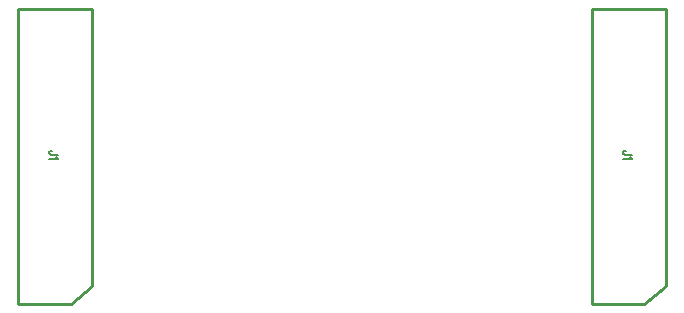
<source format=gm1>
%FSLAX23Y23*%
%MOIN*%
%SFA1B1*%

%IPPOS*%
%ADD11C,0.009840*%
%ADD29C,0.005000*%
%LNbms_sub-1*%
%LPD*%
G54D11*
X4135Y1771D02*
X4384D01*
X4135Y787D02*
Y1771D01*
Y787D02*
X4311D01*
X4384Y846D02*
Y1771D01*
X4311Y787D02*
X4384Y846D01*
X2222Y1771D02*
X2471D01*
X2222Y787D02*
Y1771D01*
Y787D02*
X2398D01*
X2471Y846D02*
Y1771D01*
X2398Y787D02*
X2471Y846D01*
G54D29*
X4270Y1284D02*
X4247D01*
X4243Y1286*
X4241Y1287*
X4240Y1290*
Y1293*
X4241Y1296*
X4243Y1297*
X4247Y1298*
X4250*
X4264Y1277D02*
X4265Y1274D01*
X4270Y1270*
X4240*
X2356Y1284D02*
X2334D01*
X2329Y1286*
X2328Y1287*
X2327Y1290*
Y1293*
X2328Y1296*
X2329Y1297*
X2334Y1298*
X2336*
X2350Y1277D02*
X2352Y1274D01*
X2356Y1270*
X2327*
M02*
</source>
